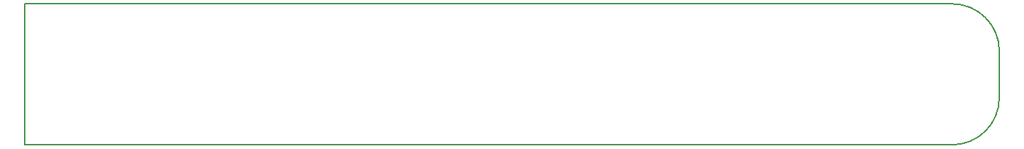
<source format=gm1>
G04 #@! TF.GenerationSoftware,KiCad,Pcbnew,5.0.2-bee76a0~70~ubuntu16.04.1*
G04 #@! TF.CreationDate,2019-07-12T12:57:40-07:00*
G04 #@! TF.ProjectId,beacon-pcb,62656163-6f6e-42d7-9063-622e6b696361,rev?*
G04 #@! TF.SameCoordinates,Original*
G04 #@! TF.FileFunction,Profile,NP*
%FSLAX46Y46*%
G04 Gerber Fmt 4.6, Leading zero omitted, Abs format (unit mm)*
G04 Created by KiCad (PCBNEW 5.0.2-bee76a0~70~ubuntu16.04.1) date Fri 12 Jul 2019 12:57:40 PM PDT*
%MOMM*%
%LPD*%
G01*
G04 APERTURE LIST*
%ADD10C,0.150000*%
G04 APERTURE END LIST*
D10*
X207261593Y-109014379D02*
X207261593Y-114514379D01*
X201761593Y-103514379D02*
G75*
G02X207261593Y-109014379I0J-5500000D01*
G01*
X207261593Y-114514379D02*
G75*
G02X201761593Y-120014379I-5500000J0D01*
G01*
X93761593Y-103514379D02*
X201761593Y-103514379D01*
X93761593Y-120014379D02*
X93761593Y-103514379D01*
X201761593Y-120014379D02*
X93761593Y-120014379D01*
M02*

</source>
